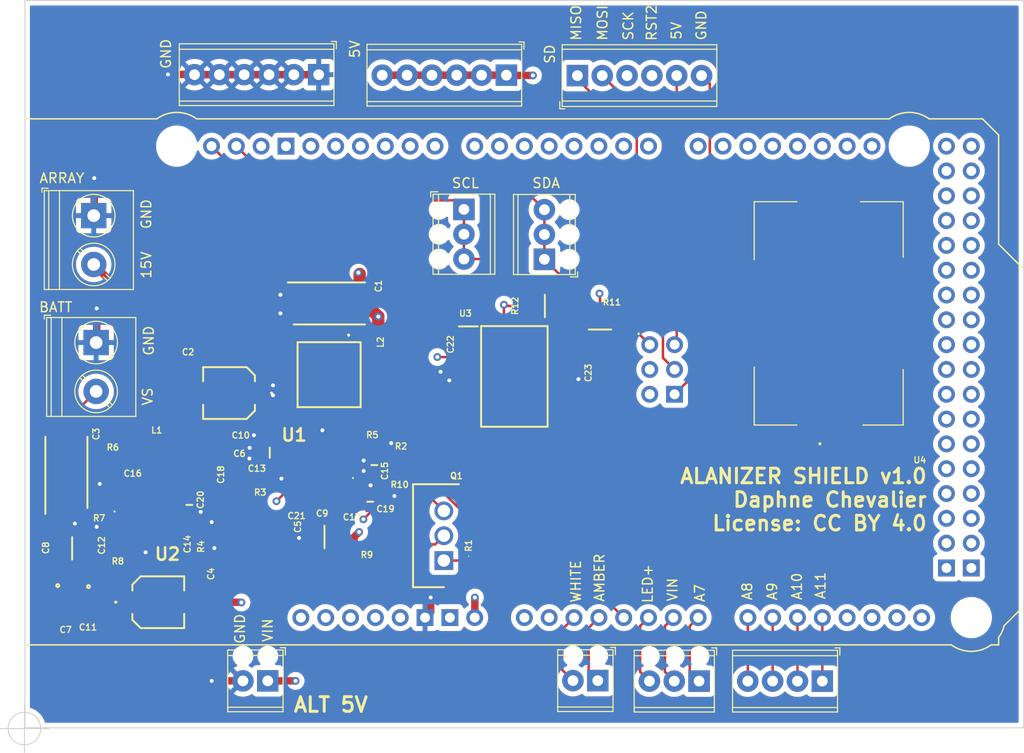
<source format=kicad_pcb>
(kicad_pcb (version 20211014) (generator pcbnew)
  (title_block (title "controller pcb") (rev "v01") (comment 2 "creativecommons.org/licenses/by/4.0/") (comment 3 "License: CC BY 4.0") (comment 4 "Author: Daphne Chevalier"))
  (layers (0 "F.Cu" signal) (1 "In1.Cu" signal) (2 "In2.Cu" signal) (31 "B.Cu" signal) (34 "B.Paste" user) (35 "F.Paste" user) (36 "B.SilkS" user "B.Silkscreen") (37 "F.SilkS" user "F.Silkscreen") (38 "B.Mask" user) (39 "F.Mask" user) (44 "Edge.Cuts" user))
  (net 0 "")
  (net 1 "5VOUT")
  (net 2 "Net-(A1-PadA2)")
  (net 3 "A4")
  (net 4 "Net-(A1-PadA5)")
  (net 5 "Net-(A1-PadA6)")
  (net 6 "Net-(A1-PadA7)")
  (net 7 "Net-(A1-PadA8)")
  (net 8 "Net-(A1-PadA10)")
  (net 9 "Net-(A1-PadA11)")
  (net 10 "SCL")
  (net 11 "SDA")
  (net 13 "BOOT1")
  (net 14 "SW1")
  (net 15 "BOOT1-2")
  (net 16 "SW1-2")
  (net 17 "BOOT2")
  (net 18 "SW2")
  (net 19 "BOOT2-2")
  (net 20 "SW2-2")
  (net 22 "COMP-2")
  (net 24 "COMP")
  (net 26 "BATT+")
  (net 29 "Net-(Q1-Pad1)")
  (net 30 "Net-(Q1-Pad2)")
  (net 95 "Net-(C13-Pad1)")
  (net 96 "Net-(C14-Pad1)")
  (net 97 "Net-(C15-Pad2)")
  (net 98 "Net-(C19-Pad2)")
  (net 99 "Net-(C20-Pad2)")
  (net 100 "Net-(C23-Pad2)")
  (net 101 "Net-(R5-Pad2)")
  (net 102 "Net-(R6-Pad1)")
  (net 103 "Net-(R8-Pad2)")
  (net 112 "Net-(A1-PadA3)")
  (net 113 "Net-(A1-PadA9)")
  (net 114 "BATT-")
  (net 115 "Net-(A1-PadMISO)")
  (net 116 "Net-(A1-PadMOSI)")
  (net 117 "Net-(A1-PadSCK)")
  (net 118 "ISP-2")
  (net 119 "ISP")
  (net 120 "Net-(A1-PadRST2)")
  (net 121 "Net-(A1-PadGND4)")
  (net 122 "Net-(A1-Pad5V2)")
  (footprint "extracted:C0603" (layer "F.Cu") (at 99.0346 125.222 -90)
    (fp_text reference "C11")
    (fp_text value "C0603C105Z8VACTU" hide)
  )
  (footprint "extracted:16SVF82M" (layer "F.Cu") (at 113.411 103.759 180)
    (fp_text reference "C2")
    (fp_text value "25SVPF27MX" hide)
  )
  (footprint "extracted:TPS552892QWRYQRQ1" (layer "F.Cu") (at 104.8512 116.6368)
    (fp_text reference "U2")
    (fp_text value "TPS55289RYQR" hide)
  )
  (footprint "extracted:CAPC1608X95N" (layer "F.Cu") (at 111.4752 112.1664 90)
    (fp_text reference "C18")
    (fp_text value "EMK107B7104KA-T" hide)
  )
  (footprint "extracted:CAPC1005X55N" (layer "F.Cu") (at 136.042403 100.770588 90)
    (fp_text reference "C22")
    (fp_text value "GRM155R70J104KA01D" hide)
  )
  (footprint "TerminalBlock_Phoenix:TerminalBlock_Phoenix_MPT-0,5-2-2.54_1x02_P2.54mm_Horizontal" (layer "F.Cu") (at 151.13 133.1976 180)
    (fp_text reference "J9")
    (fp_text value "Screw_Terminal_01x02")
  )
  (footprint "extracted:CAPC1608X95N" (layer "F.Cu") (at 103.5262 113.0762)
    (fp_text reference "C16")
    (fp_text value "EMK107B7104KA-T" hide)
  )
  (footprint "TerminalBlock_Phoenix:TerminalBlock_Phoenix_MPT-0,5-6-2.54_1x06_P2.54mm_Horizontal" (layer "F.Cu") (at 141.7828 71.2216 180)
    (fp_text reference "J6")
    (fp_text value "Screw_Terminal_01x06")
  )
  (footprint "extracted:RESC1005X40N" (layer "F.Cu") (at 130.556 110.363)
    (fp_text reference "R2")
    (fp_text value "CRCW040210K0FKED" hide)
  )
  (footprint "extracted:RESC1005X40N" (layer "F.Cu") (at 102.0572 119.9642)
    (fp_text reference "R8")
    (fp_text value "CRCW040248K7FKED" hide)
  )
  (footprint "extracted:CAPC1005X55N" (layer "F.Cu") (at 149.225 100.838 90)
    (fp_text reference "C23")
    (fp_text value "GRM155R70J104KA01D" hide)
  )
  (footprint "TerminalBlock_Phoenix:TerminalBlock_Phoenix_PT-1,5-2-5.0-H_1x02_P5.00mm_Horizontal" (layer "F.Cu") (at 99.568 85.598 -90)
    (fp_text reference "J8")
    (fp_text value "1935161")
  )
  (footprint "TerminalBlock_Phoenix:TerminalBlock_Phoenix_MPT-0,5-2-2.54_1x02_P2.54mm_Horizontal" (layer "F.Cu") (at 117.3734 133.223 180)
    (fp_text reference "J7" hide)
    (fp_text value "Screw_Terminal_01x02")
  )
  (footprint "extracted:CAPC1005X55N" (layer "F.Cu") (at 117.36 108.0852)
    (fp_text reference "C10")
    (fp_text value "C1005X5R1V105K050BC" hide)
  )
  (footprint "extracted:RESC1005X40N" (layer "F.Cu") (at 117.106 112.6572)
    (fp_text reference "R3")
    (fp_text value "CRCW0402301RFKED" hide)
  )
  (footprint "TerminalBlock_Phoenix:TerminalBlock_Phoenix_MPT-0,5-6-2.54_1x06_P2.54mm_Horizontal" (layer "F.Cu") (at 149.0472 71.266689)
    (fp_text reference "J11")
    (fp_text value "Screw_Terminal_01x06")
  )
  (footprint "extracted:CAPC1005X55N" (layer "F.Cu") (at 109.1958 117.4284 90)
    (fp_text reference "C14")
    (fp_text value "GRM155R70J473KA01D" hide)
  )
  (footprint "TerminalBlock_Phoenix:TerminalBlock_Phoenix_MPT-0,5-3-2.54_1x03_P2.54mm_Horizontal" (layer "F.Cu") (at 161.4932 133.2484 180)
    (fp_text reference "J2")
    (fp_text value "Screw_Terminal_01x03")
  )
  (footprint "extracted:CAPC1608X80N" (layer "F.Cu") (at 127.8502 114.8842 -90)
    (fp_text reference "C19")
    (fp_text value "C1608X6S1C475K080AC" hide)
  )
  (footprint "extracted:CAPC3225X230N" (layer "F.Cu") (at 123.174 118.491)
    (fp_text reference "C5")
    (fp_text value "C3225X7R1H106M250AC" hide)
  )
  (footprint "extracted:RESC1005X40N" (layer "F.Cu") (at 126.746 119.253 180)
    (fp_text reference "R9")
    (fp_text value "CRCW0402301KFKED" hide)
  )
  (footprint "extracted:BK912TR" (layer "F.Cu") (at 174.752 95.6056 90)
    (fp_text reference "U4")
    (fp_text value "BK-912-TR" hide)
  )
  (footprint "TerminalBlock_Phoenix:TerminalBlock_Phoenix_PT-1,5-2-5.0-H_1x02_P5.00mm_Horizontal" (layer "F.Cu") (at 99.814 98.592 -90)
    (fp_text reference "J10")
    (fp_text value "1935161")
  )
  (footprint "TerminalBlock_Phoenix:TerminalBlock_Phoenix_MPT-0,5-3-2.54_1x03_P2.54mm_Horizontal" (layer "F.Cu") (at 137.4394 84.963 -90)
    (fp_text reference "J3")
    (fp_text value "Screw_Terminal_01x03")
  )
  (footprint "TerminalBlock_Phoenix:TerminalBlock_Phoenix_MPT-0,5-4-2.54_1x04_P2.54mm_Horizontal" (layer "F.Cu") (at 174.0966 133.2484 180)
    (fp_text reference "J1")
    (fp_text value "Screw_Terminal_01x04")
  )
  (footprint "TerminalBlock_Phoenix:TerminalBlock_Phoenix_MPT-0,5-3-2.54_1x03_P2.54mm_Horizontal" (layer "F.Cu") (at 145.669 90.0684 90)
    (fp_text reference "J4")
    (fp_text value "Screw_Terminal_01x03")
  )
  (footprint "extracted:RESC1005X40N" (layer "F.Cu") (at 100.203 114.8334 -90)
    (fp_text reference "R7")
    (fp_text value "CRCW0402100KFKED" hide)
  )
  (footprint "extracted:CAPC1005X55N" (layer "F.Cu") (at 100.3046 121.3104 90)
    (fp_text reference "C12")
    (fp_text value "C1005X5R1V105K050BC" hide)
  )
  (footprint "extracted:mega_modified" (layer "F.Cu") (at 92.820998 129.286)
    (fp_text reference "A1" hide)
    (fp_text value "Arduino_Mega2560_R3_Shield")
  )
  (footprint "extracted:CAPC1608X95N" (layer "F.Cu") (at 120.408 115.1972)
    (fp_text reference "C21")
    (fp_text value "EMK107B7104KA-T" hide)
  )
  (footprint "extracted:CAPPM7343X200N" (layer "F.Cu") (at 96.7728 111.8824 90)
    (fp_text reference "C3")
    (fp_text value "EEFCX1E330R" hide)
  )
  (footprint "extracted:CAPC1608X80N" (layer "F.Cu") (at 109.3482 115.2098 90)
    (fp_text reference "C20")
    (fp_text value "C1608X6S1C475K080AC" hide)
  )
  (footprint "TerminalBlock_Phoenix:TerminalBlock_Phoenix_MPT-0,5-6-2.54_1x06_P2.54mm_Horizontal" (layer "F.Cu") (at 122.5804 71.1708 180)
    (fp_text reference "J5")
    (fp_text value "Screw_Terminal_01x06")
  )
  (footprint "extracted:CAPC1005X55N" (layer "F.Cu") (at 118.122 111.3872)
    (fp_text reference "C13")
    (fp_text value "GRM155R70J104KA01D" hide)
  )
  (footprint "extracted:RESC1005X40N" (layer "F.Cu") (at 101.3726 110.9934 90)
    (fp_text reference "R6")
    (fp_text value "CRCW0402301KFKED" hide)
  )
  (footprint "extracted:TO254P469X1042X1967-3P" (layer "F.Cu") (at 135.382 120.904 90)
    (fp_text reference "Q1")
    (fp_text value "IRLZ44N" hide)
  )
  (footprint "extracted:CAPPM7343X200N" (layer "F.Cu") (at 123.6726 94.5896)
    (fp_text reference "C1")
    (fp_text value "EEFCX1E330R" hide)
  )
  (footprint "extracted:CAPC1005X55N" (layer "F.Cu") (at 122.948 115.1972)
    (fp_text reference "C9")
    (fp_text value "C1005X5R1V105K050BC" hide)
  )
  (footprint "extracted:RESC1005X40N" (layer "F.Cu") (at 110.4912 117.6228 -90)
    (fp_text reference "R4")
    (fp_text value "CRCW040213K0FKED" hide)
  )
  (footprint "extracted:SOIC127P1032X265-16N" (layer "F.Cu") (at 142.595603 102.0572)
    (fp_text reference "U3")
    (fp_text value "DS3231SN" hide)
  )
  (footprint "extracted:RESC3225X60N" (layer "F.Cu") (at 151.3586 97.2566 90)
    (fp_text reference "R11")
    (fp_text value "CRCW12104K70JNEA" hide)
  )
  (footprint "extracted:16SVF82M" (layer "F.Cu") (at 106.172 125.1712)
    (fp_text reference "C4")
    (fp_text value "10SVPC68MV" hide)
  )
  (footprint "extracted:RESC3225X60N" (layer "F.Cu") (at 145.7198 94.8436 180)
    (fp_text reference "R12")
    (fp_text value "CRCW12104K70JNEA" hide)
  )
  (footprint "extracted:CAPC1608X95N" (layer "F.Cu") (at 125.56 115.2988 180)
    (fp_text reference "C17")
    (fp_text value "EMK107B7104KA-T" hide)
  )
  (footprint "extracted:SDR0403" (layer "F.Cu") (at 107.7922 110.744 90)
    (fp_text reference "L1")
    (fp_text value "SDR0403-4R7ML" hide)
  )
  (footprint "extracted:ERJ2RKD1004X" (layer "F.Cu") (at 137.922 121.412 -90)
    (fp_text reference "R1")
    (fp_text value "ERJ-2RKF2400X" hide)
  )
  (footprint "extracted:RESC1005X40N" (layer "F.Cu") (at 128.028 109.1012 180)
    (fp_text reference "R5")
    (fp_text value "CRCW040248K7FKED" hide)
  )
  (footprint "extracted:CAPC1608X80N" (layer "F.Cu") (at 128.27 111.1332 -90)
    (fp_text reference "C15")
    (fp_text value "C1608X6S1C475K080AC" hide)
  )
  (footprint "extracted:RESC1005X40N" (layer "F.Cu") (at 129.298 113.9272 90)
    (fp_text reference "R10")
    (fp_text value "CRCW0402100KFKED" hide)
  )
  (footprint "extracted:C0805" (layer "F.Cu") (at 95.885 125.222 -90)
    (fp_text reference "C7")
    (fp_text value "C0805C106K8PACTU" hide)
  )
  (footprint "extracted:CAPC2012X145N" (layer "F.Cu") (at 117.576 109.8632)
    (fp_text reference "C6")
    (fp_text value "C2012X5R1V156M125AC" hide)
  )
  (footprint "extracted:CAPC3225X230N" (layer "F.Cu") (at 97.3594 119.655)
    (fp_text reference "C8")
    (fp_text value "C3225X7R1H106M250AC" hide)
  )
  (footprint "extracted:74439346100" (layer "F.Cu") (at 123.6472 101.8794 -90)
    (fp_text reference "L2")
    (fp_text value "74439346100" hide)
  )
  (footprint "extracted:TPS552892QWRYQRQ1" (layer "F.Cu") (at 122.936 111.7092 180)
    (fp_text reference "U1")
    (fp_text value "TPS55289RYQR" hide)
  )
  (gr_line (start 194.691 63.5762) (end 194.691 138.0236) (layer "Edge.Cuts") (width 0.1))
  (gr_line (start 92.5322 138.0236) (end 92.5322 63.5762) (layer "Edge.Cuts") (width 0.1))
  (gr_line (start 194.691 138.0236) (end 92.5322 138.0236) (layer "Edge.Cuts") (width 0.1))
  (gr_line (start 92.5322 63.5762) (end 194.691 63.5762) (layer "Edge.Cuts") (width 0.1))
  (gr_text "MISO" (at 148.9202 65.8622 90) (layer "F.SilkS") (effects (font (size 1 1))))
  (gr_text "5V" (at 159.1818 66.675 90) (layer "F.SilkS") (effects (font (size 1 1))))
  (gr_text "ALT 5V\n" (at 123.825 135.6614) (layer "F.SilkS") (effects (font (size 1.5 1.5) (thickness 0.3))))
  (gr_text "ALANIZER SHIELD v1.0\nDaphne Chevalier\nLicense: CC BY 4.0" (at 184.9374 114.681) (layer "F.SilkS") (effects (font (size 1.5 1.5) (thickness 0.3)) (justify right)))
  (gr_text "A8" (at 166.4208 124.0536 90) (layer "F.SilkS") (effects (font (size 1 1))))
  (gr_text "BATT" (at 95.6818 94.9706) (layer "F.SilkS") (effects (font (size 1 1))))
  (gr_text "SD" (at 146.2278 69.0626 90) (layer "F.SilkS") (effects (font (size 1 1))))
  (gr_text "15V" (at 104.9528 90.6526 90) (layer "F.SilkS") (effects (font (size 1 1))))
  (gr_text "VS" (at 105.0798 104.1146 90) (layer "F.SilkS") (effects (font (size 1 1))))
  (gr_text "VIN" (at 117.3734 128.0414 90) (layer "F.SilkS") (effects (font (size 1 1))))
  (gr_text "SDA" (at 145.8468 82.2706) (layer "F.SilkS") (effects (font (size 1 1))))
  (gr_text "A11" (at 173.9138 124.9426 90) (layer "F.SilkS") (effects (font (size 1 1)) (justify left)))
  (gr_text "GND" (at 114.5286 127.889 90) (layer "F.SilkS") (effects (font (size 1 1))))
  (gr_text "GND" (at 105.2068 98.3996 90) (layer "F.SilkS") (effects (font (size 1 1))))
  (gr_text "GND" (at 104.9528 85.4456 90) (layer "F.SilkS") (effects (font (size 1 1))))
  (gr_text "VIN" (at 158.7754 123.8758 90) (layer "F.SilkS") (effects (font (size 1 1))))
  (gr_text "WHITE" (at 148.8948 123.0376 90) (layer "F.SilkS") (effects (font (size 1 1))))
  (gr_text "A9" (at 168.9608 124.0536 90) (layer "F.SilkS") (effects (font (size 1 1))))
  (gr_text "A7" (at 161.5694 124.2314 90) (layer "F.SilkS") (effects (font (size 1 1))))
  (gr_text "MOSI" (at 151.6126 65.8622 90) (layer "F.SilkS") (effects (font (size 1 1))))
  (gr_text "SCK" (at 154.2542 66.167 90) (layer "F.SilkS") (effects (font (size 1 1))))
  (gr_text "5V" (at 126.2888 68.5546 90) (layer "F.SilkS") (effects (font (size 1 1))))
  (gr_text "AMBER" (at 151.3078 122.6566 90) (layer "F.SilkS") (effects (font (size 1 1))))
  (gr_text "A10" (at 171.5008 123.5456 90) (layer "F.SilkS") (effects (font (size 1 1))))
  (gr_text "ARRAY" (at 96.3168 81.7626) (layer "F.SilkS") (effects (font (size 1 1))))
  (gr_text "SCL" (at 137.5918 82.2706) (layer "F.SilkS") (effects (font (size 1 1))))
  (gr_text "GND\n" (at 106.9594 69.0372 90) (layer "F.SilkS") (effects (font (size 1 1))))
  (gr_text "RST2" (at 156.6418 65.8622 90) (layer "F.SilkS") (effects (font (size 1 1))))
  (gr_text "LED+" (at 156.2354 123.2662 90) (layer "F.SilkS") (effects (font (size 1 1))))
  (gr_text "GND" (at 161.7218 66.1162 90) (layer "F.SilkS") (effects (font (size 1 1))))
  (target plus (at 92.4814 138.0998) (size 5) (width 0.1) (layer "Edge.Cuts"))
  (segment (start 148.701 126.746) (end 147.490001 127.956999) (width 0.254) (layer "F.Cu") (net 2))
  (segment (start 147.490001 132.097601) (end 148.59 133.1976) (width 0.254) (layer "F.Cu") (net 2))
  (segment (start 147.490001 127.956999) (end 147.490001 132.097601) (width 0.254) (layer "F.Cu") (net 2))
  (segment (start 137.922 121.924) (end 148.959 121.924) (width 0.254) (layer "F.Cu") (net 3))
  (segment (start 148.959 121.924) (end 153.781 126.746) (width 0.254) (layer "F.Cu") (net 3))
  (segment (start 156.321 126.746) (end 155.457401 127.609599) (width 0.254) (layer "F.Cu") (net 4))
  (segment (start 155.457401 132.292601) (end 156.4132 133.2484) (width 0.254) (layer "F.Cu") (net 4))
  (segment (start 155.457401 127.609599) (end 155.457401 132.292601) (width 0.254) (layer "F.Cu") (net 4))
  (segment (start 157.997401 132.292601) (end 158.9532 133.2484) (width 0.254) (layer "F.Cu") (net 5))
  (segment (start 157.997401 127.609599) (end 157.997401 132.292601) (width 0.254) (layer "F.Cu") (net 5))
  (segment (start 158.861 126.746) (end 157.997401 127.609599) (width 0.254) (layer "F.Cu") (net 5))
  (segment (start 161.401 126.746) (end 160.537401 127.609599) (width 0.254) (layer "F.Cu") (net 6))
  (segment (start 160.537401 127.609599) (end 160.537401 132.292601) (width 0.254) (layer "F.Cu") (net 6))
  (segment (start 160.537401 132.292601) (end 161.4932 133.2484) (width 0.254) (layer "F.Cu") (net 6))
  (segment (start 166.481 126.746) (end 166.481 133.244) (width 0.254) (layer "F.Cu") (net 7))
  (segment (start 166.481 133.244) (end 166.4766 133.2484) (width 0.254) (layer "F.Cu") (net 7))
  (segment (start 171.561 126.746) (end 171.561 133.244) (width 0.254) (layer "F.Cu") (net 8))
  (segment (start 171.561 133.244) (end 171.5566 133.2484) (width 0.254) (layer "F.Cu") (net 8))
  (segment (start 174.101 133.244) (end 174.0966 133.2484) (width 0.254) (layer "F.Cu") (net 9))
  (segment (start 174.101 126.746) (end 174.101 133.244) (width 0.254) (layer "F.Cu") (net 9))
  (segment (start 137.4394 87.503) (end 137.4394 90.043) (width 0.254) (layer "F.Cu") (net 10))
  (segment (start 147.307603 94.931403) (end 147.2198 94.8436) (width 0.254) (layer "F.Cu") (net 10))
  (segment (start 117.163479 84.032479) (end 136.508879 84.032479) (width 0.254) (layer "F.Cu") (net 10))
  (segment (start 136.508879 84.032479) (end 137.4394 84.963) (width 0.254) (layer "F.Cu") (net 10))
  (segment (start 147.307603 97.6122) (end 147.307603 94.931403) (width 0.254) (layer "F.Cu") (net 10))
  (segment (start 137.4394 90.043) (end 142.4192 90.043) (width 0.254) (layer "F.Cu") (net 10))
  (segment (start 137.4394 84.963) (end 137.4394 87.503) (width 0.254) (layer "F.Cu") (net 10))
  (segment (start 142.4192 90.043) (end 147.2198 94.8436) (width 0.254) (layer "F.Cu") (net 10))
  (segment (start 111.617 78.486) (end 117.163479 84.032479) (width 0.254) (layer "F.Cu") (net 10))
  (segment (start 147.433203 98.7566) (end 147.307603 98.8822) (width 0.254) (layer "F.Cu") (net 11))
  (segment (start 149.682089 98.704511) (end 149.63 98.7566) (width 0.254) (layer "F.Cu") (net 11))
  (segment (start 143.129 82.4484) (end 118.1194 82.4484) (width 0.254) (layer "F.Cu") (net 11))
  (segment (start 145.669 87.5284) (end 145.669 90.0684) (width 0.254) (layer "F.Cu") (net 11))
  (segment (start 151.3586 98.7566) (end 149.63 98.7566) (width 0.254) (layer "F.Cu") (net 11))
  (segment (start 149.682089 94.081489) (end 149.682089 98.704511) (width 0.254) (layer "F.Cu") (net 11))
  (segment (start 118.1194 82.4484) (end 114.157 78.486) (width 0.254) (layer "F.Cu") (net 11))
  (segment (start 147.433203 98.7566) (end 149.63 98.7566) (width 0.254) (layer "F.Cu") (net 11))
  (segment (start 145.669 84.9884) (end 143.129 82.4484) (width 0.254) (layer "F.Cu") (net 11))
  (segment (start 145.669 90.0684) (end 149.682089 94.081489) (width 0.254) (layer "F.Cu") (net 11))
  (segment (start 145.669 84.9884) (end 145.669 87.5284) (width 0.254) (layer "F.Cu") (net 11))
  (segment (start 124.476 113.1092) (end 124.476 113.5248) (width 0.254) (layer "F.Cu") (net 13))
  (segment (start 126.25 115.2988) (end 124.476 113.5248) (width 0.254) (layer "F.Cu") (net 13))
  (segment (start 123.476 111.7092) (end 123.476 108.934) (width 0.254) (layer "F.Cu") (net 14))
  (segment (start 125.6472 101.8794) (end 125.6472 106.60908) (width 0.762) (layer "F.Cu") (net 14))
  (segment (start 125.6472 106.7628) (end 124.2314 108.1786) (width 0.762) (layer "F.Cu") (net 14))
  (segment (start 124.87 115.2088) (end 123.476 113.8148) (width 0.254) (layer "F.Cu") (net 14))
  (segment (start 124.87 115.2988) (end 124.87 115.2088) (width 0.254) (layer "F.Cu") (net 14))
  (segment (start 123.476 108.934) (end 124.2314 108.1786) (width 0.254) (layer "F.Cu") (net 14))
  (segment (start 125.6472 106.60908) (end 125.6472 106.7628) (width 0.762) (layer "F.Cu") (net 14))
  (segment (start 123.476 113.8148) (end 123.476 111.7092) (width 0.254) (layer "F.Cu") (net 14))
  (segment (start 103.3112 113.5512) (end 103.3112 115.2368) (width 0.254) (layer "F.Cu") (net 15))
  (segment (start 102.8362 113.0762) (end 103.3112 113.5512) (width 0.254) (layer "F.Cu") (net 15))
  (segment (start 104.3112 113.1712) (end 104.3112 116.6368) (width 0.254) (layer "F.Cu") (net 16))
  (segment (start 106.1422 111.1502) (end 104.2162 113.0762) (width 0.254) (layer "F.Cu") (net 16))
  (segment (start 106.1422 110.744) (end 106.1422 111.1502) (width 0.254) (layer "F.Cu") (net 16))
  (segment (start 104.2162 113.0762) (end 104.3112 113.1712) (width 0.254) (layer "F.Cu") (net 16))
  (segment (start 121.396 113.5192) (end 119.718 115.1972) (width 0.254) (layer "F.Cu") (net 17))
  (segment (start 121.396 113.5192) (end 121.396 113.1092) (width 0.254) (layer "F.Cu") (net 17))
  (segment (start 121.6406 108.0516) (end 121.6406 109.188089) (width 0.254) (layer "F.Cu") (net 18))
  (segment (start 122.396 113.8992) (end 121.098 115.1972) (width 0.254) (layer "F.Cu") (net 18))
  (segment (start 121.6472 108.045) (end 121.6472 101.8794) (width 0.762) (layer "F.Cu") (net 18))
  (segment (start 122.396 109.943489) (end 122.396 111.7092) (width 0.254) (layer "F.Cu") (net 18))
  (segment (start 122.396 111.7092) (end 122.396 113.8992) (width 0.254) (layer "F.Cu") (net 18))
  (segment (start 121.6406 108.0516) (end 121.6472 108.045) (width 0.762) (layer "F.Cu") (net 18))
  (segment (start 121.6406 109.188089) (end 122.396 109.943489) (width 0.254) (layer "F.Cu") (net 18))
  (segment (start 110.518311 113.813289) (end 111.4752 112.8564) (width 0.254) (layer "F.Cu") (net 19))
  (segment (start 106.3912 115.2368) (end 106.3912 114.658778) (width 0.254) (layer "F.Cu") (net 19))
  (segment (start 107.236689 113.813289) (end 110.518311 113.813289) (width 0.254) (layer "F.Cu") (net 19))
  (segment (start 106.3912 114.658778) (end 107.236689 113.813289) (width 0.254) (layer "F.Cu") (net 19))
  (segment (start 107.405489 113.320511) (end 109.4422 111.2838) (width 0.254) (layer "F.Cu") (net 20))
  (segment (start 110.7428 110.744) (end 111.4752 111.4764) (width 0.254) (layer "F.Cu") (net 20))
  (segment (start 105.3912 114.7506) (end 105.3912 116.6368) (width 0.254) (layer "F.Cu") (net 20))
  (segment (start 106.821289 113.320511) (end 107.405489 113.320511) (width 0.254) (layer "F.Cu") (net 20))
  (segment (start 109.4422 110.744) (end 110.7428 110.744) (width 0.254) (layer "F.Cu") (net 20))
  (segment (start 105.3912 114.7506) (end 106.821289 113.320511) (width 0.254) (layer "F.Cu") (net 20))
  (segment (start 109.1958 116.8784) (end 107.2596 116.8784) (width 0.254) (layer "F.Cu") (net 22))
  (segment (start 107.2596 116.8784) (end 107.2512 116.8868) (width 0.254) (layer "F.Cu") (net 22))
  (segment (start 118.672 111.3872) (end 118.792489 111.507689) (width 0.254) (layer "F.Cu") (net 24))
  (segment (start 120.536 111.4592) (end 118.744 111.4592) (width 0.254) (layer "F.Cu") (net 24))
  (segment (start 96.7728 108.7824) (end 96.7728 106.6332) (width 0.254) (layer "F.Cu") (net 26))
  (segment (start 96.7728 106.6332) (end 99.814 103.592) (width 0.254) (layer "F.Cu") (net 26))
  (segment (start 96.7728 108.7824) (end 99.7116 108.7824) (width 0.254) (layer "F.Cu") (net 26))
  (segment (start 98.8994 119.655) (end 98.8994 112.688578) (width 0.254) (layer "F.Cu") (net 26))
  (segment (start 125.434 118.491) (end 126.196 119.253) (width 0.762) (layer "F.Cu") (net 26))
  (segment (start 128.6764 105.385288) (end 126.657444 107.404244) (width 1.27) (layer "F.Cu") (net 26))
  (segment (start 100.3046 120.7604) (end 103.139022 120.7604) (width 0.254) (layer "F.Cu") (net 26))
  (segment (start 124.714 118.491) (end 125.434 118.491) (width 0.762) (layer "F.Cu") (net 26))
  (segment (start 126.7726 91.5682) (end 126.6444 91.44) (width 0.762) (layer "F.Cu") (net 26))
  (segment (start 126.7206 117.983) (end 126.196 118.5076) (width 0.762) (layer "F.Cu") (net 26))
  (segment (start 123.825 117.602) (end 124.714 118.491) (width 0.762) (layer "F.Cu") (net 26))
  (segment (start 98.8994 119.655) (end 99.1992 119.655) (width 0.254) (layer "F.Cu") (net 26))
  (segment (start 127.3302 94.5896) (end 128.6764 95.9358) (width 1.27) (layer "F.Cu") (net 26))
  (segment (start 101.144578 110.4434) (end 101.3726 110.4434) (width 0.254) (layer "F.Cu") (net 26))
  (segment (start 99.7116 108.7824) (end 101.3726 110.4434) (width 0.254) (layer "F.Cu") (net 26))
  (segment (start 124.016 111.7092) (end 124.016 109.549804) (width 0.254) (layer "F.Cu") (net 26))
  (segment (start 99.1992 119.655) (end 100.3046 120.7604) (width 0.254) (layer "F.Cu") (net 26))
  (segment (start 103.8112 120.088222) (end 103.8112 116.6368) (width 0.254) (layer "F.Cu") (net 26))
  (segment (start 126.196 118.5076) (end 126.196 119.253) (width 0.762) (layer "F.Cu") (net 26))
  (segment (start 98.8994 112.688578) (end 101.144578 110.4434) (width 0.254) (layer "F.Cu") (net 26))
  (segment (start 126.7726 94.5896) (end 126.7726 91.5682) (width 1.27) (layer "F.Cu") (net 26))
  (segment (start 123.825 115.5242) (end 123.825 117.602) (width 0.762) (layer "F.Cu") (net 26))
  (segment (start 128.6764 104.902) (end 128.6764 105.385288) (width 1.27) (layer "F.Cu") (net 26))
  (segment (start 124.016 109.549804) (end 127.165204 106.4006) (width 0.254) (layer "F.Cu") (net 26))
  (segment (start 103.139022 120.7604) (end 103.8112 120.088222) (width 0.254) (layer "F.Cu") (net 26))
  (segment (start 123.825 115.5242) (end 123.498 115.1972) (width 0.762) (layer "F.Cu") (net 26))
  (segment (start 126.7726 94.5896) (end 127.3302 94.5896) (width 0.762) (layer "F.Cu") (net 26))
  (segment (start 128.6764 95.9358) (end 128.6764 104.902) (width 1.27) (layer "F.Cu") (net 26))
  (via (at 128.6764 95.9358) (size 0.8) (drill 0.4) (layers "F.Cu" "B.Cu") (net 26))
  (via (at 126.6444 91.44) (size 0.8) (drill 0.4) (layers "F.Cu" "B.Cu") (net 26))
  (via (at 126.7206 117.983) (size 0.8) (drill 0.4) (layers "F.Cu" "B.Cu") (net 26))
  (segment (start 131.740402 110.363) (end 137.922 116.544598) (width 0.254) (layer "F.Cu") (net 29))
  (segment (start 137.918 120.904) (end 137.922 120.9) (width 0.254) (layer "F.Cu") (net 29))
  (segment (start 135.382 120.904) (end 137.918 120.904) (width 0.254) (layer "F.Cu") (net 29))
  (segment (start 137.922 116.544598) (end 137.922 120.9) (width 0.254) (layer "F.Cu") (net 29))
  (segment (start 131.106 110.363) (end 131.740402 110.363) (width 0.254) (layer "F.Cu") (net 29))
  (segment (start 134.493 119.253) (end 135.382 118.364) (width 0.254) (layer "F.Cu") (net 30))
  (segment (start 127.296 119.253) (end 134.493 119.253) (width 0.254) (layer "F.Cu") (net 30))
  (segment (start 117.572 111.3872) (end 117.572 112.5732) (width 0.762) (layer "F.Cu") (net 95))
  (segment (start 117.572 112.5732) (end 117.656 112.6572) (width 0.254) (layer "F.Cu") (net 95))
  (segment (start 109.1958 117.9784) (end 110.2968 117.9784) (width 0.254) (layer "F.Cu") (net 96))
  (segment (start 110.2968 117.9784) (end 110.4912 118.1728) (width 0.254) (layer "F.Cu") (net 96))
  (segment (start 129.298 113.3772) (end 132.9352 113.3772) (width 0.254) (layer "F.Cu") (net 97))
  (segment (start 129.298 112.9612) (end 128.27 111.9332) (width 0.254) (layer "F.Cu") (net 97))
  (segment (start 129.298 113.3772) (end 129.298 112.9612) (width 0.254) (layer "F.Cu") (net 97))
  (segment (start 125.336 112.4592) (end 127.744 112.4592) (width 0.254) (layer "F.Cu") (net 97))
  (segment (start 132.9352 113.3772) (end 135.382 115.824) (width 0.254) (layer "F.Cu") (net 97))
  (segment (start 127.744 112.4592) (end 128.27 111.9332) (width 0.254) (layer "F.Cu") (net 97))
  (segment (start 127.8502 115.6842) (end 127.8502 115.9898) (width 0.254) (layer "F.Cu") (net 98))
  (segment (start 120.0116 113.0842) (end 118.2624 114.8334) (width 0.254) (layer "F.Cu") (net 98))
  (segment (start 126.981511 114.815511) (end 127.8502 115.6842) (width 0.254) (layer "F.Cu") (net 98))
  (segment (start 124.976 113.0842) (end 125.588422 113.0842) (width 0.254) (layer "F.Cu") (net 98))
  (segment (start 120.896 113.0842) (end 120.0116 113.0842) (width 0.254) (layer "F.Cu") (net 98))
  (segment (start 125.588422 113.0842) (end 126.981511 114.477289) (width 0.254) (layer "F.Cu") (net 98))
  (segment (start 127.8502 115.9898) (end 127.1524 116.6876) (width 0.254) (layer "F.Cu") (net 98))
  (segment (start 126.981511 114.477289) (end 126.981511 114.815511) (width 0.254) (layer "F.Cu") (net 98))
  (via (at 118.2624 114.8334) (size 0.8) (drill 0.4) (layers "F.Cu" "B.Cu") (net 98))
  (via (at 127.1524 116.6876) (size 0.8) (drill 0.4) (layers "F.Cu" "B.Cu") (net 98))
  (segment (start 112.522 113.362622) (end 111.474822 114.4098) (width 0.254) (layer "F.Cu") (net 99))
  (segment (start 112.522 110.0328) (end 112.522 113.362622) (width 0.254) (layer "F.Cu") (net 99))
  (segment (start 102.8112 115.2618) (end 102.104689 114.555289) (width 0.254) (layer "F.Cu") (net 99))
  (segment (start 106.8912 115.2618) (end 108.4962 115.2618) (width 0.254) (layer "F.Cu") (net 99))
  (segment (start 104.915689 108.167489) (end 110.656689 108.167489) (width 0.254) (layer "F.Cu") (net 99))
  (segment (start 108.4962 115.2618) (end 109.3482 114.4098) (width 0.254) (layer "F.Cu") (net 99))
  (segment (start 110.656689 108.167489) (end 112.522 110.0328) (width 0.254) (layer "F.Cu") (net 99))
  (segment (start 111.474822 114.4098) (end 109.3482 114.4098) (width 0.254) (layer "F.Cu") (net 99))
  (segment (start 102.104689 114.555289) (end 102.104689 110.978489) (width 0.254) (layer "F.Cu") (net 99))
  (segment (start 102.104689 110.978489) (end 104.915689 108.167489) (width 0.254) (layer "F.Cu") (net 99))
  (segment (start 147.307603 100.1522) (end 149.0892 100.1522) (width 0.254) (layer "F.Cu") (net 100))
  (segment (start 149.0892 100.1522) (end 149.225 100.288) (width 0.254) (layer "F.Cu") (net 100))
  (segment (start 149.225 100.288) (end 150.007243 100.288) (width 0.254) (layer "F.Cu") (net 100))
  (segment (start 155.674843 105.9556) (end 174.752 105.9556) (width 0.254) (layer "F.Cu") (net 100))
  (segment (start 150.007243 100.288) (end 155.674843 105.9556) (width 0.254) (layer "F.Cu") (net 100))
  (segment (start 124.476 110.3092) (end 124.476 109.731178) (width 0.254) (layer "F.Cu") (net 101))
  (segment (start 125.105978 109.1012) (end 127.478 109.1012) (width 0.254) (layer "F.Cu") (net 101))
  (segment (start 124.476 109.731178) (end 125.105978 109.1012) (width 0.254) (layer "F.Cu") (net 101))
  (segment (start 101.3726 111.5434) (end 101.017889 111.898111) (width 0.254) (layer "F.Cu") (net 102))
  (segment (start 101.017889 111.898111) (end 101.017889 115.267289) (width 0.254) (layer "F.Cu") (net 102))
  (segment (start 100.203 115.3834) (end 101.134 115.3834) (width 0.254) (layer "F.Cu") (net 102))
  (segment (start 101.9478 115.3834) (end 102.4512 115.8868) (width 0.254) (layer "F.Cu") (net 102))
  (segment (start 101.134 115.3834) (end 101.9478 115.3834) (width 0.254) (layer "F.Cu") (net 102))
  (segment (start 101.017889 115.267289) (end 101.134 115.3834) (width 0.254) (layer "F.Cu") (net 102))
  (segment (start 103.3112 118.0368) (end 103.3112 119.2602) (width 0.254) (layer "F.Cu") (net 103))
  (segment (start 103.3112 119.2602) (end 102.6072 119.9642) (width 0.254) (layer "F.Cu") (net 103))
  (segment (start 150.199479 132.267079) (end 151.13 133.1976) (width 0.254) (layer "F.Cu") (net 112))
  (segment (start 150.199479 127.787521) (end 150.199479 132.267079) (width 0.254) (layer "F.Cu") (net 112))
  (segment (start 151.241 126.746) (end 150.199479 127.787521) (width 0.254) (layer "F.Cu") (net 112))
  (segment (start 169.021 133.244) (end 169.0166 133.2484) (width 0.254) (layer "F.Cu") (net 113))
  (segment (start 169.021 126.746) (end 169.021 133.244) (width 0.254) (layer "F.Cu") (net 113))
  (segment (start 177.618511 97.837111) (end 177.618511 108.312111) (width 0.254) (layer "F.Cu") (net 114))
  (segment (start 103.0686 125.0396) (end 103.972 125.0396) (width 0.254) (layer "F.Cu") (net 114))
  (segment (start 114.9604 71.1708) (end 117.5004 71.1708) (width 0.762) (layer "F.Cu") (net 114))
  (segment (start 122.936 111.7092) (end 122.936 110.2712) (width 0.254) (layer "F.Cu") (net 114))
  (segment (start 99.8728 95.0976) (end 99.8728 98.5332) (width 0.762) (layer "F.Cu") (net 114))
  (segment (start 109.8804 71.1708) (end 112.4204 71.1708) (width 0.762) (layer "F.Cu") (net 114))
  (segment (start 147.307603 105.2322) (end 147.307603 103.9622) (width 0.254) (layer "F.Cu") (net 114))
  (segment (start 126.9024 111.4592) (end 127.1778 111.7346) (width 0.254) (layer "F.Cu") (net 114))
  (segment (start 104.8512 120.0404) (end 104.8766 120.0658) (width 0.254) (layer "F.Cu") (net 114))
  (segment (start 147.307603 101.4222) (end 149.1908 101.4222) (width 0.254) (layer "F.Cu") (net 114))
  (segment (start 177.618511 108.312111) (end 177.117022 108.8136) (width 0.254) (layer "F.Cu") (net 114))
  (segment (start 122.398 117.727) (end 121.634 118.491) (width 0.762) (layer "F.Cu") (net 114))
  (segment (start 137.883603 105.2322) (end 137.883603 106.5022) (width 0.254) (layer "F.Cu") (net 114))
  (segment (start 112.4204 71.1708) (end 114.9604 71.1708) (width 0.762) (layer "F.Cu") (net 114))
  (segment (start 128.578 109.1012) (end 128.578 108.912) (width 0.254) (layer "F.Cu") (net 114))
  (segment (start 125.336 111.9592) (end 126.9532 111.9592) (width 0.254) (layer "F.Cu") (net 114))
  (segment (start 116.576 112.6372) (end 116.556 112.6572) (width 0.254) (layer "F.Cu") (net 114))
  (segment (start 137.246103 102.6922) (end 136.042403 101.4885) (width 0.254) (layer "F.Cu") (net 114))
  (segment (start 129.298 114.4772) (end 130.1502 114.4772) (width 0.254) (layer "F.Cu") (net 114))
  (segment (start 177.117022 108.8136) (end 156.6506 108.8136) (width 0.254) (layer "F.Cu") (net 114))
  (segment (start 121.634 118.491) (end 120.6754 118.491) (width 0.254) (layer "F.Cu") (net 114))
  (segment (start 100.1776 113.0554) (end 100.1776 114.258) (width 0.254) (layer "F.Cu") (net 114))
  (segment (start 125.336 111.4592) (end 126.9024 111.4592) (width 0.254) (layer "F.Cu") (net 114))
  (segment (start 109.2252 115.8868) (end 109.3482 116.0098) (width 0.254) (layer "F.Cu") (net 114))
  (segment (start 147.307603 103.9622) (end 147.307603 102.6922) (width 0.254) (layer "F.Cu") (net 114))
  (segment (start 149.1908 101.4222) (end 149.225 101.388) (width 0.254) (layer "F.Cu") (net 114))
  (segment (start 124.976 110.3342) (end 126.8442 110.3342) (width 0.254) (layer "F.Cu") (net 114))
  (segment (start 125.336 110.9592) (end 126.8864 110.9592) (width 0.254) (layer "F.Cu") (net 114))
  (segment (start 101.5072 118.6414) (end 102.1368 118.0118) (width 0.254) (layer "F.Cu") (net 114))
  (segment (start 114.8334 133.223) (end 111.633 133.223) (width 0.762) (layer "F.Cu") (net 114))
  (segment (start 99.6188 81.7626) (end 99.6188 85.5472) (width 0.762) (layer "F.Cu") (net 114))
  (segment (start 120.0404 71.1708) (end 122.5804 71.1708) (width 0.762) (layer "F.Cu") (net 114))
  (segment (start 147.307603 106.5022) (end 147.307603 105.2322) (width 0.254) (layer "F.Cu") (net 114))
  (segment (start 137.883603 102.6922) (end 137.883603 103.9622) (width 0.254) (layer "F.Cu") (net 114))
  (segment (start 122.936 113.1472) (end 122.936 111.7092) (width 0.254) (layer "F.Cu") (net 114))
  (segment (start 99.8728 98.5332) (end 99.814 98.592) (width 0.762) (layer "F.Cu") (net 114))
  (segment (start 109.855 71.1454) (end 109.8804 71.1708) (width 0.762) (layer "F.Cu") (net 114))
  (segment (start 102.4512 116.3868) (end 102.4512 118.0028) (width 0.254) (layer "F.Cu") (net 114))
  (segment (start 120.6754 118.491) (end 120.5738 118.5926) (width 0.254) (layer "F.Cu") (net 114))
  (segment (start 122.936 110.2712) (end 122.936 107.5944) (width 0.254) (layer "F.Cu") (net 114))
  (segment (start 137.883603 102.6922) (end 137.246103 102.6922) (width 0.254) (layer "F.Cu") (net 114))
  (segment (start 127.8502 114.0842) (end 127.8502 113.2466) (width 0.762) (layer "F.Cu") (net 114))
  (segment (start 130.1502 114.4772) (end 130.3274 114.3) (width 0.254) (layer "F.Cu") (net 114))
  (segment (start 137.883603 103.9622) (end 137.883603 105.2322) (width 0.254) (layer "F.Cu") (net 114))
  (segment (start 122.398 115.1972) (end 122.398 117.727) (width 0.762) (layer "F.Cu") (net 114))
  (segment (start 99.8728 117.4496) (end 100.9356 116.3868) (width 0.254) (layer "F.Cu") (net 114))
  (segment (start 104.8512 118.0748) (end 104.8512 120.0404) (width 0.254) (layer "F.Cu") (net 114))
  (segment (start 109.3482 116.0098) (end 109.4282 116.0098) (width 0.254) (layer "F.Cu") (net 114))
  (segment (start 117.5004 71.1708) (end 120.0404 71.1708) (width 0.762) (layer "F.Cu") (net 114))
  (segment (start 104.8512 115.1988) (end 104.8512 116.6368) (width 0.254) (layer "F.Cu") (net 114))
  (segment (start 102.4602 118.0118) (end 102.8112 118.0118) (width 0.254) (layer "F.Cu") (net 114))
  (segment (start 107.1626 71.1454) (end 109.855 71.1454) (width 0.762) (layer "F.Cu") (net 114))
  (segment (start 101.5072 119.9642) (end 101.5072 118.6414) (width 0.254) (layer "F.Cu") (net 114))
  (segment (start 107.2512 115.8868) (end 109.2252 115.8868) (width 0.254) (layer "F.Cu") (net 114))
  (segment (start 134.0358 126.1712) (end 133.461 126.746) (width 0.762) (layer "F.Cu") (net 114))
  (segment (start 134.0358 124.6886) (end 134.0358 126.1712) (width 0.762) (layer "F.Cu") (net 114))
  (segment (start 126.9532 111.9592) (end 127.1778 111.7346) (width 0.254) (layer "F.Cu") (net 114))
  (segment (start 104.8512 116.6368) (end 104.8512 118.0748) (width 0.254) (layer "F.Cu") (net 114))
  (segment (start 102.1368 118.0118) (end 102.4602 118.0118) (width 0.254) (layer "F.Cu") (net 114))
  (segment (start 136.042403 101.4885) (end 136.042403 101.320588) (width 0.254) (layer "F.Cu") (net 114))
  (segment (start 156.6506 108.8136) (end 149.225 101.388) (width 0.254) (layer "F.Cu") (net 114))
  (segment (start 100.1776 114.258) (end 100.203 114.2834) (width 0.254) (layer "F.Cu") (net 114))
  (segment (start 122.936 107.5944) (end 122.9614 107.569) (width 0.254) (layer "F.Cu") (net 114))
  (segment (start 120.536 112.4592) (end 118.7584 112.4592) (width 0.254) (layer "F.Cu") (net 114))
  (segment (start 100.9356 116.3868) (end 102.4512 116.3868) (width 0.254) (layer "F.Cu") (net 114))
  (segment (start 126.8442 110.3342) (end 127.1778 110.6678) (width 0.254) (layer "F.Cu") (net 114))
  (segment (start 147.307603 102.6922) (end 147.307603 101.4222) (width 0.254) (layer "F.Cu") (net 114))
  (segment (start 102.4512 118.0028) (end 102.4602 118.0118) (width 0.254) (layer "F.Cu") (net 114))
  (segment (start 118.7584 112.4592) (end 118.745 112.4458) (width 0.254) (layer "F.Cu") (net 114))
  (segment (start 126.8864 110.9592) (end 127.1778 110.6678) (width 0.254) (layer "F.Cu") (net 114))
  (segment (start 99.6188 85.5472) (end 99.568 85.598) (width 0.762) (layer "F.Cu") (net 114))
  (via (at 117.9068 103.9876) (size 0.8) (drill 0.4) (layers "F.Cu" "B.Cu") (net 114))
  (via (at 122.9614 107.569) (size 0.8) (drill 0.4) (layers "F.Cu" "B.Cu") (net 114))
  (via (at 97.6376 117.1194) (size 0.8) (drill 0.4) (layers "F.Cu" "B.Cu") (net 114))
  (via (at 135.0518 101.5746) (size 0.8) (drill 0.4) (layers "F.Cu" "B.Cu") (net 114))
  (via (at 115.4938 110.4646) (size 0.8) (drill 0.4) (layers "F.Cu" "B.Cu") (net 114))
  (via (at 127.889 113.2078) (size 0.8) (drill 0.4) (layers "F.Cu" "B.Cu") (net 114))
  (via (at 118.6688 95.6056) (size 0.8) (drill 0.4) (layers "F.Cu" "B.Cu") (net 114))
  (via (at 111.9124 119.634) (size 0.8) (drill 0.4) (layers "F.Cu" "B.Cu") (net 114))
  (via (at 120.5738 118.5926) (size 0.8) (drill 0.4) (layers "F.Cu" "B.Cu") (net 114))
  (via (at 107.1626 71.1454) (size 0.8) (drill 0.4) (layers "F.Cu" "B.Cu") (net 114))
  (via (at 115.951 108.077) (size 0.8) (drill 0.4) (layers "F.Cu" "B.Cu") (net 114))
  (via (at 110.5154 115.9256) (size 0.8) (drill 0.4) (layers "F.Cu" "B.Cu") (net 114))
  (via (at 111.633 133.223) (size 0.8) (drill 0.4) (layers "F.Cu" "B.Cu") (net 114))
  (via (at 117.9068 102.9716) (size 0.8) (drill 0.4) (layers "F.Cu" "B.Cu") (net 114))
  (via (at 130.3274 114.3) (size 0.8) (drill 0.4) (layers "F.Cu" "B.Cu") (net 114))
  (via (at 118.6688 93.7006) (size 0.8) (drill 0.4) (layers "F.Cu" "B.Cu") (net 114))
  (via (at 149.1488 102.3366) (size 0.8) (drill 0.4) (layers "F.Cu" "B.Cu") (net 114))
  (via (at 100.1776 113.0554) (size 0.8) (drill 0.4) (layers "F.Cu" "B.Cu") (net 114))
  (via (at 127.1778 111.7346) (size 0.8) (drill 0.4) (layers "F.Cu" "B.Cu") (net 114))
  (via (at 99.8728 117.4496) (size 0.8) (drill 0.4) (layers "F.Cu" "B.Cu") (net 114))
  (via (at 118.7704 112.522) (size 0.8) (drill 0.4) (layers "F.Cu" "B.Cu") (net 114))
  (via (at 99.8728 95.0976) (size 0.8) (drill 0.4) (layers "F.Cu" "B.Cu") (net 114))
  (via (at 134.0358 124.6886) (size 0.8) (drill 0.4) (layers "F.Cu" "B.Cu") (net 114))
  (via (at 115.5192 109.3724) (size 0.8) (drill 0.4) (layers "F.Cu" "B.Cu") (net 114))
  (via (at 99.6188 81.7626) (size 0.8) (drill 0.4) (layers "F.Cu" "B.Cu") (net 114))
  (via (at 111.633 116.967) (size 0.8) (drill 0.4) (layers "F.Cu" "B.Cu") (net 114))
  (via (at 127.1778 110.6678) (size 0.8) (drill 0.4) (layers "F.Cu" "B.Cu") (net 114))
  (via (at 135.9408 102.4636) (size 0.8) (drill 0.4) (layers "F.Cu" "B.Cu") (net 114))
  (via (at 129.9972 108.8898) (size 0.8) (drill 0.4) (layers "F.Cu" "B.Cu") (net 114))
  (via (at 104.8766 120.0658) (size 0.8) (drill 0.4) (layers "F.Cu" "B.Cu") (net 114))
  (segment (start 155.1178 77.6986) (end 149.0472 71.628) (width 0.254) (layer "F.Cu") (net 115))
  (segment (start 155.1178 97.4758) (end 155.1178 77.6986) (width 0.254) (layer "F.Cu") (net 115))
  (segment (start 156.448 98.806) (end 155.1178 97.4758) (width 0.254) (layer "F.Cu") (net 115))
  (segment (start 149.0472 71.628) (end 149.0472 71.266689) (width 0.254) (layer "F.Cu") (net 115))
  (segment (start 158.988 101.346) (end 157.797889 100.155889) (width 0.254) (layer "F.Cu") (net 116))
  (segment (start 157.797889 100.155889) (end 157.797889 77.477378) (width 0.254) (layer "F.Cu") (net 116))
  (segment (start 157.797889 77.477378) (end 151.5872 71.266689) (width 0.254) (layer "F.Cu") (net 116))
  (segment (start 98.833 126.122) (end 99.06 125.895) (width 0.254) (layer "F.Cu") (net 118))
  (segment (start 151.3586 93.6244) (end 151.3078 93.5736) (width 0.254) (layer "F.Cu") (net 118))
  (segment (start 144.2198 94.8436) (end 141.6558 94.8436) (width 0.254) (layer "F.Cu") (net 118))
  (segment (start 136.042403 100.220588) (end 137.380791 98.8822) (width 0.254) (layer "F.Cu") (net 118))
  (segment (start 141.7828 71.2216) (end 139.2428 71.2216) (width 0.762) (layer "F.Cu") (net 118))
  (segment (start 137.883603 98.8822) (end 138.521103 98.8822) (width 0.254) (layer "F.Cu") (net 118))
  (segment (start 99.0346 126.022) (end 99.310311 126.297711) (width 0.254) (layer "F.Cu") (net 118))
  (segment (start 138.557 124.6886) (end 138.557 126.73) (width 0.762) (layer "F.Cu") (net 118))
  (segment (start 95.885 126.122) (end 98.833 126.122) (width 0.254) (layer "F.Cu") (net 118))
  (segment (start 135.897815 100.076) (end 136.042403 100.220588) (width 0.254) (layer "F.Cu") (net 118))
  (segment (start 107.245489 126.297711) (end 108.372 125.1712) (width 0.254) (layer "F.Cu") (net 118))
  (segment (start 139.2428 71.2216) (end 136.7028 71.2216) (width 0.762) (layer "F.Cu") (net 118))
  (segment (start 137.380791 98.8822) (end 137.883603 98.8822) (width 0.254) (layer "F.Cu") (net 118))
  (segment (start 105.8912 117.5368) (end 106.3912 118.0368) (width 0.254) (layer "F.Cu") (net 118))
  (segment (start 108.372 125.1712) (end 114.5794 125.1712) (width 0.762) (layer "F.Cu") (net 118))
  (segment (start 138.521103 98.8822) (end 141.5288 95.874503) (width 0.254) (layer "F.Cu") (net 118))
  (segment (start 138.557 126.73) (end 138.541 126.746) (width 0.762) (layer "F.Cu") (net 118))
  (segment (start 105.8912 116.6368) (end 105.8912 117.5368) (width 0.254) (layer "F.Cu") (net 118))
  (segment (start 99.310311 126.297711) (end 107.245489 126.297711) (width 0.254) (layer "F.Cu") (net 118))
  (segment (start 106.3912 123.1904) (end 108.372 125.1712) (width 0.762) (layer "F.Cu") (net 118))
  (segment (start 141.8082 71.247) (end 141.7828 71.2216) (width 0.762) (layer "F.Cu") (net 118))
  (segment (start 106.3912 118.0368) (end 106.8662 118.0368) (width 0.254) (layer "F.Cu") (net 118))
  (segment (start 141.6558 94.8436) (end 141.5288 94.7166) (width 0.254) (layer "F.Cu") (net 118))
  (segment (start 151.3586 95.7566) (end 151.3586 93.6244) (width 0.254) (layer "F.Cu") (net 118))
  (segment (start 134.7216 100.076) (end 135.897815 100.076) (width 0.254) (layer "F.Cu") (net 118))
  (segment (start 106.8662 118.0368) (end 106.8912 118.0118) (width 0.254) (layer "F.Cu") (net 118))
  (segment (start 136.7028 71.2216) (end 134.1628 71.2216) (width 0.762) (layer "F.Cu") (net 118))
  (segment (start 106.3912 118.0368) (end 106.3912 123.1904) (width 0.762) (layer "F.Cu") (net 118))
  (segment (start 131.6228 71.2216) (end 129.0828 71.2216) (width 0.762) (layer "F.Cu") (net 118))
  (segment (start 141.5288 95.874503) (end 141.5288 94.7166) (width 0.254) (layer "F.Cu") (net 118))
  (segment (start 134.1628 71.2216) (end 131.6228 71.2216) (width 0.762) (layer "F.Cu") (net 118))
  (segment (start 144.5006 71.247) (end 141.8082 71.247) (width 0.762) (layer "F.Cu") (net 118))
  (segment (start 117.3734 133.223) (end 120.2182 133.223) (width 0.762) (layer "F.Cu") (net 118))
  (via (at 138.557 124.6886) (size 0.8) (drill 0.4) (layers "F.Cu" "B.Cu") (net 118))
  (via (at 141.5288 94.7166) (size 0.8) (drill 0.4) (layers "F.Cu" "B.Cu") (net 118))
  (via (at 120.2182 133.223) (size 0.8) (drill 0.4) (layers "F.Cu" "B.Cu") (net 118))
  (via (at 114.681 125.1966) (size 0.8) (drill 0.4) (layers "F.Cu" "B.Cu") (net 118))
  (via (at 151.3078 93.5736) (size 0.8) (drill 0.4) (layers "F.Cu" "B.Cu") (net 118))
  (via (at 144.5006 71.247) (size 0.8) (drill 0.4) (layers "F.Cu" "B.Cu") (net 118))
  (via (at 134.7216 100.076) (size 0.8) (drill 0.4) (layers "F.Cu" "B.Cu") (net 118))
  (segment (start 113.5888 106.1466) (end 111.211 103.7688) (width 0.762) (layer "F.Cu") (net 119))
  (segment (start 121.396 110.3092) (end 121.396 111.2092) (width 0.254) (layer "F.Cu") (net 119))
  (segment (start 117.91 107.4198) (end 116.6368 106.1466) (width 0.762) (layer "F.Cu") (net 119))
  (segment (start 117.91 108.0852) (end 117.91 109.1972) (width 0.762) (layer "F.Cu") (net 119))
  (segment (start 99.568 90.598) (end 111.211 102.241) (width 0.762) (layer "F.Cu") (net 119))
  (segment (start 111.211 102.241) (end 111.211 103.759) (width 0.762) (layer "F.Cu") (net 119))
  (segment (start 117.91 108.0852) (end 117.91 107.4198) (width 0.762) (layer "F.Cu") (net 119))
  (segment (start 116.6368 106.1466) (end 113.5888 106.1466) (width 0.762) (layer "F.Cu") (net 119))
  (segment (start 120.896 110.3342) (end 119.047 110.3342) (width 0.254) (layer "F.Cu") (net 119))
  (segment (start 120.896 110.3342) (end 121.371 110.3342) (width 0.254) (layer "F.Cu") (net 119))
  (segment (start 119.047 110.3342) (end 118.576 109.8632) (width 0.254) (layer "F.Cu") (net 119))
  (segment (start 111.211 103.7688) (end 111.211 103.759) (width 0.762) (layer "F.Cu") (net 119))
  (segment (start 121.371 110.3342) (end 121.396 110.3092) (width 0.254) (layer "F.Cu") (net 119))
  (segment (start 117.91 109.1972) (end 118.576 109.8632) (width 0.762) (layer "F.Cu") (net 119))
  (segment (start 121.396 111.2092) (end 121.896 111.7092) (width 0.254) (layer "F.Cu") (net 119))
  (segment (start 158.988 103.886) (end 162.591111 100.282889) (width 0.254) (layer "F.Cu") (net 121))
  (segment (start 162.591111 72.1106) (end 161.7472 71.266689) (width 0.254) (layer "F.Cu") (net 121))
  (segment (start 162.591111 100.282889) (end 162.591111 72.1106) (width 0.254) (layer "F.Cu") (net 121))
  (segment (start 159.2072 98.5868) (end 159.2072 71.266689) (width 0.254) (layer "F.Cu") (net 122))
  (segment (start 158.988 98.806) (end 159.2072 98.5868) (width 0.254) (layer "F.Cu") (net 122))
  (zone (net 114) (net_name "BATT-") (layer "F.Cu") (connect_pads yes (clearance 0.508)) (min_thickness 0.254) (fill yes (thermal_gap 0.508) (thermal_bridge_width 0.508))
    (polygon (pts (xy 117.221 107.3912) (xy 117.221 113.03) (xy 117.475 113.284) (xy 118.11 113.284) (xy 118.237 113.03) (xy 118.237 112.268) (xy 118.491 112.014) (xy 118.999 112.014) (xy 119.253 112.268) (xy 119.253 113.538) (xy 118.745 114.046) (xy 117.6528 114.046) (xy 117.3988 114.4016) (xy 113.03 113.3856) (xy 113.03 107.3912)))
  )
  (zone (net 114) (net_name "BATT-") (layer "F.Cu") (connect_pads (clearance 0.508)) (min_thickness 0.254) (fill yes (thermal_gap 0.508) (thermal_bridge_width 0.508))
    (polygon (pts (xy 130.556 108.5088) (xy 130.556 111.1758) (xy 126.873 111.1758) (xy 126.6444 110.6932) (xy 126.6444 109.8042) (xy 128.016 109.8042) (xy 128.016 108.6358) (xy 128.4478 108.204) (xy 130.2512 108.204)))
  )
  (zone (net 114) (net_name "BATT-") (layer "F.Cu") (connect_pads yes (clearance 0.508)) (min_thickness 0.254) (fill yes (thermal_gap 0.508) (thermal_bridge_width 0.508))
    (polygon (pts (xy 98.171 121.158) (xy 98.425 121.3358) (xy 103.0224 121.3358) (xy 104.7496 119.5324) (xy 105.664 119.5324) (xy 105.664 123.825) (xy 105.664 125.73) (xy 105.41 125.984) (xy 100.838 125.984) (xy 99.822 125.095) (xy 94.996 125.095) (xy 94.488 124.587) (xy 94.488 119.761) (xy 93.726 119.126) (xy 93.726 115.062) (xy 95.377 113.665) (xy 97.917 113.665) (xy 98.171 113.919)))
  )
  (zone (net 114) (net_name "BATT-") (layer "F.Cu") (connect_pads yes (clearance 0.508)) (min_thickness 0.254) (fill yes (thermal_gap 0.508) (thermal_bridge_width 0.508))
    (polygon (pts (xy 122.4788 95.6056) (xy 121.9708 96.012) (xy 119.9134 96.012) (xy 119.4308 96.4692) (xy 119.4308 103.9876) (xy 118.9482 104.4956) (xy 114.0968 104.4956) (xy 113.6396 103.9876) (xy 113.6396 102.2096) (xy 114.6048 101.092) (xy 116.001417 99.925181) (xy 116.9416 92.9386) (xy 122.4026 92.8624)))
  )
  (zone (net 114) (net_name "BATT-") (layer "F.Cu") (connect_pads yes (clearance 0.508)) (min_thickness 0.254) (fill yes (thermal_gap 0.508) (thermal_bridge_width 0.508))
    (polygon (pts (xy 114.427 120.2436) (xy 111.7092 120.2436) (xy 111.4552 119.9896) (xy 111.4552 117.6782) (xy 111.1758 117.4496) (xy 110.1598 117.4496) (xy 110.1598 116.4336) (xy 108.8898 116.4336) (xy 108.8898 115.417599) (xy 111.6838 114.935) (xy 114.427 116.0526)))
  )
  (zone (net 114) (net_name "BATT-") (layer "F.Cu") (connect_pads yes (clearance 0.508)) (min_thickness 0.254) (fill yes (thermal_gap 0.508) (thermal_bridge_width 0.508))
    (polygon (pts (xy 136.2456 100.838) (xy 136.9568 101.9556) (xy 139.192 101.9556) (xy 139.192 106.8324) (xy 139.4968 107.188) (xy 145.6944 107.188) (xy 145.9992 106.7816) (xy 145.9992 100.9904) (xy 149.5298 100.9904) (xy 149.759407 101.320674) (xy 149.782251 108.813605) (xy 149.2758 109.3216) (xy 134.9248 109.3216) (xy 134.5184 108.9406) (xy 134.5438 101.3206) (xy 135.0518 100.838)))
  )
  (zone (net 114) (net_name "BATT-") (layer "B.Cu") (connect_pads (clearance 0.508)) (min_thickness 0.254) (fill yes (thermal_gap 0.508) (thermal_bridge_width 0.508))
    (polygon (pts (xy 194.691 137.9982) (xy 92.5322 137.9982) (xy 92.5322 63.5762) (xy 194.691 63.5762)))
  )
)
</source>
